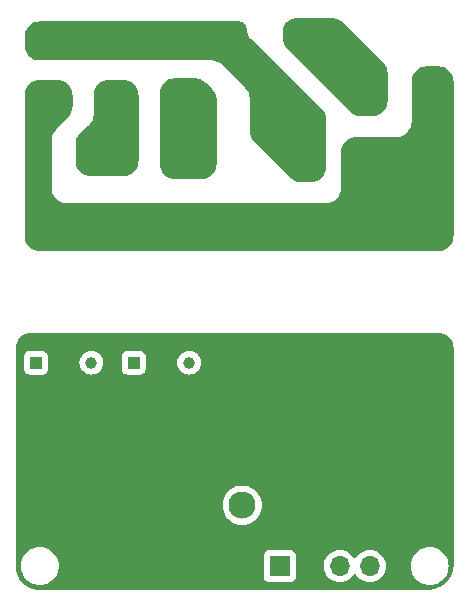
<source format=gbr>
%TF.GenerationSoftware,KiCad,Pcbnew,(5.99.0-10447-gf083f043cb)*%
%TF.CreationDate,2021-07-11T09:51:56-05:00*%
%TF.ProjectId,reptile-monitor-power,72657074-696c-4652-9d6d-6f6e69746f72,rev?*%
%TF.SameCoordinates,Original*%
%TF.FileFunction,Copper,L2,Bot*%
%TF.FilePolarity,Positive*%
%FSLAX46Y46*%
G04 Gerber Fmt 4.6, Leading zero omitted, Abs format (unit mm)*
G04 Created by KiCad (PCBNEW (5.99.0-10447-gf083f043cb)) date 2021-07-11 09:51:56*
%MOMM*%
%LPD*%
G01*
G04 APERTURE LIST*
%TA.AperFunction,ComponentPad*%
%ADD10R,1.575000X1.575000*%
%TD*%
%TA.AperFunction,ComponentPad*%
%ADD11C,1.575000*%
%TD*%
%TA.AperFunction,ComponentPad*%
%ADD12R,1.000000X1.000000*%
%TD*%
%TA.AperFunction,ComponentPad*%
%ADD13C,2.167346*%
%TD*%
%TA.AperFunction,ComponentPad*%
%ADD14C,1.000000*%
%TD*%
%TA.AperFunction,ComponentPad*%
%ADD15R,1.700000X1.700000*%
%TD*%
%TA.AperFunction,ComponentPad*%
%ADD16O,1.700000X1.700000*%
%TD*%
%TA.AperFunction,ComponentPad*%
%ADD17R,2.000000X2.300000*%
%TD*%
%TA.AperFunction,ComponentPad*%
%ADD18C,2.300000*%
%TD*%
%TA.AperFunction,ComponentPad*%
%ADD19C,1.600000*%
%TD*%
%TA.AperFunction,ComponentPad*%
%ADD20C,1.875000*%
%TD*%
%TA.AperFunction,ViaPad*%
%ADD21C,0.762000*%
%TD*%
G04 APERTURE END LIST*
D10*
%TO.P,F1,1*%
%TO.N,/FUSED_AC_L*%
X162657000Y-62230000D03*
D11*
%TO.P,F1,2*%
%TO.N,LINE*%
X157577000Y-62230000D03*
%TD*%
D12*
%TO.P,K1,1,1*%
%TO.N,+5V*%
X137496982Y-84387004D03*
D13*
%TO.P,K1,2,NO*%
%TO.N,/LOAD2*%
X142196983Y-65887003D03*
%TO.P,K1,3,COM*%
%TO.N,/FUSED_AC_L*%
X142196983Y-72887004D03*
D14*
%TO.P,K1,4,4*%
%TO.N,RLY2*%
X142196983Y-84387004D03*
%TD*%
D15*
%TO.P,J4,1,Pin_1*%
%TO.N,+5V*%
X149870000Y-101600000D03*
D16*
%TO.P,J4,2,Pin_2*%
%TO.N,GND*%
X152410000Y-101600000D03*
%TO.P,J4,3,Pin_3*%
%TO.N,L2*%
X154950000Y-101600000D03*
%TO.P,J4,4,Pin_4*%
%TO.N,L1*%
X157490000Y-101600000D03*
%TD*%
D12*
%TO.P,K2,1,1*%
%TO.N,+5V*%
X129222003Y-84387009D03*
D13*
%TO.P,K2,2,NO*%
%TO.N,/LOAD1*%
X133922004Y-65887008D03*
%TO.P,K2,3,COM*%
%TO.N,/FUSED_AC_L*%
X133922004Y-72887009D03*
D14*
%TO.P,K2,4,4*%
%TO.N,RLY1*%
X133922004Y-84387009D03*
%TD*%
D17*
%TO.P,PS1,1,AC/L*%
%TO.N,/FUSED_AC_L*%
X156901995Y-67051494D03*
D18*
%TO.P,PS1,2,AC/N*%
%TO.N,NEUT*%
X151901995Y-67051494D03*
%TO.P,PS1,3,-Vout*%
%TO.N,GND*%
X162101995Y-96451494D03*
%TO.P,PS1,4,+Vout*%
%TO.N,+5V*%
X146701995Y-96451494D03*
%TD*%
D19*
%TO.P,RV1,1*%
%TO.N,NEUT*%
X131699000Y-57404000D03*
%TO.P,RV1,2*%
%TO.N,/FUSED_AC_L*%
X130399000Y-62404000D03*
%TD*%
D20*
%TO.P,J2,1,Pin_1*%
%TO.N,NEUT*%
X145404510Y-56982995D03*
%TO.P,J2,2,Pin_2*%
%TO.N,/LOAD2*%
X142904510Y-61982995D03*
%TD*%
%TO.P,J1,1,Pin_1*%
%TO.N,LINE*%
X152893000Y-56983000D03*
%TO.P,J1,2,Pin_2*%
%TO.N,NEUT*%
X150393000Y-61983000D03*
%TD*%
%TO.P,J3,1,Pin_1*%
%TO.N,NEUT*%
X137914507Y-56982995D03*
%TO.P,J3,2,Pin_2*%
%TO.N,/LOAD1*%
X135414507Y-61982995D03*
%TD*%
D21*
%TO.N,GND*%
X137414000Y-88646000D03*
X139954000Y-92456000D03*
%TD*%
%TA.AperFunction,Conductor*%
%TO.N,NEUT*%
G36*
X146484069Y-55493060D02*
G01*
X146569510Y-55504214D01*
X146609206Y-55509396D01*
X146640733Y-55517771D01*
X146749837Y-55562547D01*
X146778153Y-55578731D01*
X146872114Y-55650021D01*
X146895327Y-55672934D01*
X146967832Y-55765950D01*
X146984387Y-55794056D01*
X147030583Y-55902569D01*
X147039367Y-55933978D01*
X147040273Y-55940275D01*
X147057335Y-56058899D01*
X147058607Y-56075193D01*
X147059173Y-56118610D01*
X147059513Y-56121665D01*
X147059513Y-56121668D01*
X147077116Y-56279920D01*
X147086573Y-56364942D01*
X147161296Y-56601261D01*
X147164264Y-56606671D01*
X147249605Y-56762251D01*
X147280496Y-56818567D01*
X147439632Y-57008583D01*
X150642073Y-60150600D01*
X150813633Y-60318923D01*
X152517926Y-61991059D01*
X153411963Y-62868227D01*
X153420446Y-62877421D01*
X153569854Y-63056412D01*
X153583883Y-63077088D01*
X153692013Y-63276520D01*
X153701689Y-63299570D01*
X153768315Y-63516416D01*
X153773250Y-63540922D01*
X153796378Y-63772910D01*
X153797000Y-63785410D01*
X153797000Y-67805493D01*
X153796521Y-67816474D01*
X153778667Y-68020552D01*
X153774853Y-68042182D01*
X153723263Y-68234718D01*
X153715751Y-68255357D01*
X153631508Y-68436015D01*
X153620532Y-68455026D01*
X153521478Y-68596489D01*
X153506196Y-68618314D01*
X153492078Y-68635138D01*
X153351138Y-68776078D01*
X153334314Y-68790196D01*
X153171026Y-68904532D01*
X153152015Y-68915508D01*
X153016471Y-68978714D01*
X152971357Y-68999751D01*
X152950717Y-69007263D01*
X152758178Y-69058854D01*
X152736555Y-69062666D01*
X152580516Y-69076318D01*
X152532474Y-69080521D01*
X152521493Y-69081000D01*
X151661553Y-69081000D01*
X151649217Y-69080395D01*
X151420222Y-69057867D01*
X151396024Y-69053059D01*
X151181762Y-68988144D01*
X151158970Y-68978717D01*
X150961444Y-68873283D01*
X150940938Y-68859602D01*
X150762940Y-68713761D01*
X150753792Y-68705483D01*
X147697191Y-65654499D01*
X147688869Y-65645334D01*
X147542409Y-65467164D01*
X147528656Y-65446612D01*
X147422759Y-65248763D01*
X147413287Y-65225926D01*
X147348071Y-65011203D01*
X147343241Y-64986951D01*
X147320608Y-64757431D01*
X147320000Y-64745066D01*
X147320000Y-61988009D01*
X147296099Y-61742778D01*
X147225294Y-61506778D01*
X147222438Y-61501369D01*
X147222436Y-61501364D01*
X147113112Y-61294308D01*
X147110252Y-61288891D01*
X147106402Y-61284131D01*
X147106400Y-61284128D01*
X147048963Y-61213117D01*
X146955301Y-61097319D01*
X145069230Y-59180309D01*
X145069227Y-59180306D01*
X144875932Y-59019358D01*
X144654705Y-58899659D01*
X144414226Y-58825909D01*
X144318379Y-58816370D01*
X144167029Y-58801308D01*
X144167019Y-58801307D01*
X144163929Y-58801000D01*
X129539738Y-58801000D01*
X129528788Y-58800523D01*
X129325303Y-58782772D01*
X129303734Y-58778980D01*
X129234700Y-58760539D01*
X129111710Y-58727683D01*
X129091133Y-58720218D01*
X128910885Y-58636443D01*
X128891906Y-58625524D01*
X128728884Y-58511802D01*
X128712096Y-58497773D01*
X128571224Y-58357537D01*
X128557111Y-58340804D01*
X128442658Y-58178308D01*
X128431651Y-58159376D01*
X128347063Y-57979517D01*
X128339500Y-57958963D01*
X128287333Y-57767172D01*
X128283444Y-57745621D01*
X128264771Y-57542227D01*
X128264244Y-57531279D01*
X128260808Y-56773266D01*
X128261241Y-56762251D01*
X128262217Y-56750517D01*
X128278270Y-56557524D01*
X128282006Y-56535821D01*
X128333017Y-56342529D01*
X128340476Y-56321808D01*
X128424367Y-56140357D01*
X128435316Y-56121259D01*
X128549528Y-55957182D01*
X128563633Y-55940285D01*
X128704673Y-55798604D01*
X128721514Y-55784415D01*
X128885063Y-55669466D01*
X128904123Y-55658423D01*
X129085189Y-55573714D01*
X129105879Y-55566160D01*
X129298931Y-55514275D01*
X129320621Y-55510439D01*
X129525277Y-55492482D01*
X129536290Y-55492000D01*
X146467761Y-55492000D01*
X146484069Y-55493060D01*
G37*
%TD.AperFunction*%
%TD*%
%TA.AperFunction,Conductor*%
%TO.N,LINE*%
G36*
X154420112Y-55245607D02*
G01*
X154649361Y-55268186D01*
X154673582Y-55273003D01*
X154888088Y-55338072D01*
X154910901Y-55347523D01*
X155108584Y-55453187D01*
X155129111Y-55466903D01*
X155307200Y-55613056D01*
X155316351Y-55621351D01*
X158627649Y-58932649D01*
X158635944Y-58941800D01*
X158782097Y-59119889D01*
X158795815Y-59140419D01*
X158901476Y-59338096D01*
X158910929Y-59360916D01*
X158975996Y-59575415D01*
X158980814Y-59599641D01*
X159003393Y-59828888D01*
X159004000Y-59841238D01*
X159004000Y-62224493D01*
X159003521Y-62235474D01*
X158985667Y-62439552D01*
X158981853Y-62461182D01*
X158930263Y-62653718D01*
X158922751Y-62674357D01*
X158838508Y-62855015D01*
X158827532Y-62874026D01*
X158728478Y-63015489D01*
X158713196Y-63037314D01*
X158699078Y-63054138D01*
X158558138Y-63195078D01*
X158541314Y-63209196D01*
X158378026Y-63323532D01*
X158359015Y-63334508D01*
X158223981Y-63397476D01*
X158178357Y-63418751D01*
X158157717Y-63426263D01*
X157965178Y-63477854D01*
X157943555Y-63481666D01*
X157787516Y-63495318D01*
X157739474Y-63499521D01*
X157728493Y-63500000D01*
X156742238Y-63500000D01*
X156729888Y-63499393D01*
X156500639Y-63476814D01*
X156476418Y-63471997D01*
X156261912Y-63406928D01*
X156239099Y-63397477D01*
X156041416Y-63291813D01*
X156020889Y-63278097D01*
X155842800Y-63131944D01*
X155833649Y-63123649D01*
X150490351Y-57780351D01*
X150482056Y-57771200D01*
X150335903Y-57593111D01*
X150322185Y-57572581D01*
X150216524Y-57374904D01*
X150207071Y-57352084D01*
X150142004Y-57137585D01*
X150137186Y-57113359D01*
X150114607Y-56884112D01*
X150114000Y-56871762D01*
X150114000Y-56330687D01*
X150114607Y-56318337D01*
X150133526Y-56126250D01*
X150138343Y-56102029D01*
X150192572Y-55923260D01*
X150202021Y-55900450D01*
X150290078Y-55735708D01*
X150303801Y-55715171D01*
X150422306Y-55570772D01*
X150439772Y-55553306D01*
X150584171Y-55434801D01*
X150604708Y-55421078D01*
X150753264Y-55341673D01*
X150769452Y-55333020D01*
X150792260Y-55323572D01*
X150971029Y-55269343D01*
X150995250Y-55264526D01*
X151187337Y-55245607D01*
X151199687Y-55245000D01*
X154407762Y-55245000D01*
X154420112Y-55245607D01*
G37*
%TD.AperFunction*%
%TD*%
%TA.AperFunction,Conductor*%
%TO.N,/FUSED_AC_L*%
G36*
X163312474Y-59302479D02*
G01*
X163360516Y-59306682D01*
X163516555Y-59320334D01*
X163538178Y-59324146D01*
X163688625Y-59364458D01*
X163730718Y-59375737D01*
X163751358Y-59383249D01*
X163932015Y-59467492D01*
X163951026Y-59478468D01*
X164092489Y-59577522D01*
X164114314Y-59592804D01*
X164131138Y-59606922D01*
X164272078Y-59747862D01*
X164286196Y-59764686D01*
X164400532Y-59927974D01*
X164411508Y-59946985D01*
X164485102Y-60104807D01*
X164495751Y-60127643D01*
X164503263Y-60148282D01*
X164554853Y-60340818D01*
X164558667Y-60362448D01*
X164576521Y-60566526D01*
X164577000Y-60577507D01*
X164577000Y-73647493D01*
X164576521Y-73658474D01*
X164558667Y-73862552D01*
X164554853Y-73884182D01*
X164503263Y-74076718D01*
X164495751Y-74097357D01*
X164411508Y-74278015D01*
X164400532Y-74297026D01*
X164301478Y-74438489D01*
X164286196Y-74460314D01*
X164272078Y-74477138D01*
X164131138Y-74618078D01*
X164114314Y-74632196D01*
X163951026Y-74746532D01*
X163932015Y-74757508D01*
X163774193Y-74831102D01*
X163751357Y-74841751D01*
X163730717Y-74849263D01*
X163538178Y-74900854D01*
X163516555Y-74904666D01*
X163360516Y-74918318D01*
X163312474Y-74922521D01*
X163301493Y-74923000D01*
X129530507Y-74923000D01*
X129519526Y-74922521D01*
X129471484Y-74918318D01*
X129315445Y-74904666D01*
X129293822Y-74900854D01*
X129101283Y-74849263D01*
X129080643Y-74841751D01*
X129057807Y-74831102D01*
X128899985Y-74757508D01*
X128880974Y-74746532D01*
X128717686Y-74632196D01*
X128700862Y-74618078D01*
X128559922Y-74477138D01*
X128545804Y-74460314D01*
X128530522Y-74438489D01*
X128431468Y-74297026D01*
X128420492Y-74278015D01*
X128336249Y-74097357D01*
X128328737Y-74076718D01*
X128277147Y-73884182D01*
X128273333Y-73862552D01*
X128255479Y-73658474D01*
X128255000Y-73647493D01*
X128255000Y-61720507D01*
X128255479Y-61709526D01*
X128273333Y-61505448D01*
X128277147Y-61483818D01*
X128328737Y-61291282D01*
X128336249Y-61270643D01*
X128346898Y-61247807D01*
X128420492Y-61089985D01*
X128431468Y-61070974D01*
X128545804Y-60907686D01*
X128559922Y-60890862D01*
X128700862Y-60749922D01*
X128717686Y-60735804D01*
X128739511Y-60720522D01*
X128880974Y-60621468D01*
X128899985Y-60610492D01*
X129080642Y-60526249D01*
X129101282Y-60518737D01*
X129143375Y-60507458D01*
X129293822Y-60467146D01*
X129315445Y-60463334D01*
X129471484Y-60449682D01*
X129519526Y-60445479D01*
X129530507Y-60445000D01*
X131043493Y-60445000D01*
X131054474Y-60445479D01*
X131102516Y-60449682D01*
X131258555Y-60463334D01*
X131280178Y-60467146D01*
X131430625Y-60507458D01*
X131472718Y-60518737D01*
X131493358Y-60526249D01*
X131674015Y-60610492D01*
X131693026Y-60621468D01*
X131834489Y-60720522D01*
X131856314Y-60735804D01*
X131873138Y-60749922D01*
X132014078Y-60890862D01*
X132028196Y-60907686D01*
X132142532Y-61070974D01*
X132153508Y-61089985D01*
X132227102Y-61247807D01*
X132237751Y-61270643D01*
X132245263Y-61291282D01*
X132296853Y-61483818D01*
X132300667Y-61505448D01*
X132318521Y-61709526D01*
X132319000Y-61720507D01*
X132319000Y-62706762D01*
X132318393Y-62719112D01*
X132295814Y-62948359D01*
X132290996Y-62972585D01*
X132225929Y-63187084D01*
X132216476Y-63209904D01*
X132110815Y-63407581D01*
X132097097Y-63428111D01*
X131950944Y-63606200D01*
X131942649Y-63615351D01*
X130912974Y-64645026D01*
X130755034Y-64837477D01*
X130637673Y-65057043D01*
X130635877Y-65062963D01*
X130635876Y-65062966D01*
X130570952Y-65276995D01*
X130565403Y-65295287D01*
X130564796Y-65301450D01*
X130550905Y-65442490D01*
X130541000Y-65543051D01*
X130541000Y-69589362D01*
X130541238Y-69592078D01*
X130541238Y-69592088D01*
X130541789Y-69598385D01*
X130560287Y-69809856D01*
X130617563Y-70023652D01*
X130711087Y-70224258D01*
X130838020Y-70405579D01*
X130994505Y-70562109D01*
X131175791Y-70689094D01*
X131180773Y-70691418D01*
X131180774Y-70691419D01*
X131371392Y-70780354D01*
X131371397Y-70780356D01*
X131376370Y-70782676D01*
X131590150Y-70840012D01*
X131595623Y-70840492D01*
X131595627Y-70840493D01*
X131807901Y-70859122D01*
X131807906Y-70859122D01*
X131810638Y-70859362D01*
X131813385Y-70859363D01*
X131813390Y-70859363D01*
X142752710Y-70862485D01*
X153796638Y-70865637D01*
X154017216Y-70846399D01*
X154022532Y-70844976D01*
X154225782Y-70790567D01*
X154225783Y-70790567D01*
X154231101Y-70789143D01*
X154431791Y-70695611D01*
X154613186Y-70568643D01*
X154769773Y-70412101D01*
X154822802Y-70336386D01*
X154893634Y-70235252D01*
X154893637Y-70235246D01*
X154896792Y-70230742D01*
X154990382Y-70030079D01*
X155047699Y-69816210D01*
X155067000Y-69595637D01*
X155067000Y-66552002D01*
X155067479Y-66541029D01*
X155085305Y-66337114D01*
X155089113Y-66315499D01*
X155140630Y-66123088D01*
X155148127Y-66102474D01*
X155232249Y-65921918D01*
X155243214Y-65902911D01*
X155357381Y-65739705D01*
X155371479Y-65722885D01*
X155512240Y-65581958D01*
X155529041Y-65567842D01*
X155692122Y-65453477D01*
X155711118Y-65442490D01*
X155726511Y-65435296D01*
X155891568Y-65358158D01*
X155912172Y-65350637D01*
X156008352Y-65324764D01*
X156104526Y-65298894D01*
X156126135Y-65295061D01*
X156330027Y-65276995D01*
X156341000Y-65276503D01*
X158569731Y-65273882D01*
X159752493Y-65272491D01*
X159887090Y-65260565D01*
X159967368Y-65253452D01*
X159967370Y-65253452D01*
X159972840Y-65252967D01*
X159978139Y-65251541D01*
X159978142Y-65251541D01*
X160181145Y-65196933D01*
X160181146Y-65196933D01*
X160186457Y-65195504D01*
X160386862Y-65101846D01*
X160450750Y-65057043D01*
X160563475Y-64977992D01*
X160563479Y-64977989D01*
X160567976Y-64974835D01*
X160724303Y-64818324D01*
X160727451Y-64813824D01*
X160727455Y-64813819D01*
X160847071Y-64642822D01*
X160851101Y-64637061D01*
X160944523Y-64436546D01*
X161001735Y-64222862D01*
X161021000Y-64002492D01*
X161021000Y-60577507D01*
X161021479Y-60566526D01*
X161039333Y-60362448D01*
X161043147Y-60340818D01*
X161094737Y-60148282D01*
X161102249Y-60127643D01*
X161112898Y-60104807D01*
X161186492Y-59946985D01*
X161197468Y-59927974D01*
X161311804Y-59764686D01*
X161325922Y-59747862D01*
X161466862Y-59606922D01*
X161483686Y-59592804D01*
X161505511Y-59577522D01*
X161646974Y-59478468D01*
X161665985Y-59467492D01*
X161846642Y-59383249D01*
X161867282Y-59375737D01*
X161909375Y-59364458D01*
X162059822Y-59324146D01*
X162081445Y-59320334D01*
X162237484Y-59306682D01*
X162285526Y-59302479D01*
X162296507Y-59302000D01*
X163301493Y-59302000D01*
X163312474Y-59302479D01*
G37*
%TD.AperFunction*%
%TD*%
%TA.AperFunction,Conductor*%
%TO.N,/LOAD1*%
G36*
X136642474Y-60445479D02*
G01*
X136690516Y-60449682D01*
X136846555Y-60463334D01*
X136868178Y-60467146D01*
X137018625Y-60507458D01*
X137060718Y-60518737D01*
X137081358Y-60526249D01*
X137262015Y-60610492D01*
X137281026Y-60621468D01*
X137422489Y-60720522D01*
X137444314Y-60735804D01*
X137461138Y-60749922D01*
X137602078Y-60890862D01*
X137616196Y-60907686D01*
X137730532Y-61070974D01*
X137741508Y-61089985D01*
X137815102Y-61247807D01*
X137825751Y-61270643D01*
X137833263Y-61291282D01*
X137884853Y-61483818D01*
X137888667Y-61505448D01*
X137906521Y-61709526D01*
X137907000Y-61720507D01*
X137907000Y-67297493D01*
X137906521Y-67308474D01*
X137888667Y-67512552D01*
X137884853Y-67534182D01*
X137833263Y-67726718D01*
X137825751Y-67747357D01*
X137741508Y-67928015D01*
X137730532Y-67947026D01*
X137631478Y-68088489D01*
X137616196Y-68110314D01*
X137602078Y-68127138D01*
X137461138Y-68268078D01*
X137444314Y-68282196D01*
X137281026Y-68396532D01*
X137262015Y-68407508D01*
X137104193Y-68481102D01*
X137081357Y-68491751D01*
X137060717Y-68499263D01*
X136868178Y-68550854D01*
X136846555Y-68554666D01*
X136690516Y-68568318D01*
X136642474Y-68572521D01*
X136631493Y-68573000D01*
X133848507Y-68573000D01*
X133837526Y-68572521D01*
X133789484Y-68568318D01*
X133633445Y-68554666D01*
X133611822Y-68550854D01*
X133419283Y-68499263D01*
X133398643Y-68491751D01*
X133375807Y-68481102D01*
X133217985Y-68407508D01*
X133198974Y-68396532D01*
X133035686Y-68282196D01*
X133018862Y-68268078D01*
X132877922Y-68127138D01*
X132863804Y-68110314D01*
X132848522Y-68088489D01*
X132749468Y-67947026D01*
X132738492Y-67928015D01*
X132654249Y-67747357D01*
X132646737Y-67726718D01*
X132595147Y-67534182D01*
X132591333Y-67512552D01*
X132573479Y-67308474D01*
X132573000Y-67297493D01*
X132573000Y-65871361D01*
X132573483Y-65860337D01*
X132591476Y-65655475D01*
X132595320Y-65633764D01*
X132647305Y-65440540D01*
X132654874Y-65419831D01*
X132739749Y-65238620D01*
X132750812Y-65219548D01*
X132865975Y-65055907D01*
X132880193Y-65039056D01*
X133026049Y-64894088D01*
X133034209Y-64886659D01*
X133637916Y-64383570D01*
X133640034Y-64381805D01*
X133797657Y-64225142D01*
X133925557Y-64043402D01*
X134019819Y-63842149D01*
X134077556Y-63627546D01*
X134097000Y-63406164D01*
X134097000Y-61720507D01*
X134097479Y-61709526D01*
X134115333Y-61505448D01*
X134119147Y-61483818D01*
X134170737Y-61291282D01*
X134178249Y-61270643D01*
X134188898Y-61247807D01*
X134262492Y-61089985D01*
X134273468Y-61070974D01*
X134387804Y-60907686D01*
X134401922Y-60890862D01*
X134542862Y-60749922D01*
X134559686Y-60735804D01*
X134581511Y-60720522D01*
X134722974Y-60621468D01*
X134741985Y-60610492D01*
X134922642Y-60526249D01*
X134943282Y-60518737D01*
X134985375Y-60507458D01*
X135135822Y-60467146D01*
X135157445Y-60463334D01*
X135313484Y-60449682D01*
X135361526Y-60445479D01*
X135372507Y-60445000D01*
X136631493Y-60445000D01*
X136642474Y-60445479D01*
G37*
%TD.AperFunction*%
%TD*%
%TA.AperFunction,Conductor*%
%TO.N,/LOAD2*%
G36*
X142745776Y-60318587D02*
G01*
X142971231Y-60340418D01*
X142995067Y-60345077D01*
X143136547Y-60387233D01*
X143206300Y-60408017D01*
X143228796Y-60417162D01*
X143424030Y-60519461D01*
X143444343Y-60532745D01*
X143621111Y-60674440D01*
X143630192Y-60682468D01*
X144103669Y-61143643D01*
X144137619Y-61176711D01*
X144146176Y-61185921D01*
X144296831Y-61365242D01*
X144310989Y-61385984D01*
X144420064Y-61586074D01*
X144429826Y-61609211D01*
X144497051Y-61826947D01*
X144502032Y-61851561D01*
X144525373Y-62084610D01*
X144526000Y-62097167D01*
X144526000Y-67551493D01*
X144525521Y-67562474D01*
X144507667Y-67766552D01*
X144503853Y-67788182D01*
X144452263Y-67980718D01*
X144444751Y-68001357D01*
X144360508Y-68182015D01*
X144349532Y-68201026D01*
X144250478Y-68342489D01*
X144235196Y-68364314D01*
X144221078Y-68381138D01*
X144080138Y-68522078D01*
X144063314Y-68536196D01*
X143900026Y-68650532D01*
X143881015Y-68661508D01*
X143723193Y-68735102D01*
X143700357Y-68745751D01*
X143679717Y-68753263D01*
X143487178Y-68804854D01*
X143465555Y-68808666D01*
X143309516Y-68822318D01*
X143261474Y-68826521D01*
X143250493Y-68827000D01*
X140975507Y-68827000D01*
X140964526Y-68826521D01*
X140916484Y-68822318D01*
X140760445Y-68808666D01*
X140738822Y-68804854D01*
X140546283Y-68753263D01*
X140525643Y-68745751D01*
X140502807Y-68735102D01*
X140344985Y-68661508D01*
X140325974Y-68650532D01*
X140162686Y-68536196D01*
X140145862Y-68522078D01*
X140004922Y-68381138D01*
X139990804Y-68364314D01*
X139975522Y-68342489D01*
X139876468Y-68201026D01*
X139865492Y-68182015D01*
X139781249Y-68001357D01*
X139773737Y-67980718D01*
X139722147Y-67788182D01*
X139718333Y-67766552D01*
X139700479Y-67562474D01*
X139700000Y-67551493D01*
X139700000Y-61593507D01*
X139700479Y-61582526D01*
X139718333Y-61378448D01*
X139722147Y-61356818D01*
X139773737Y-61164282D01*
X139781249Y-61143643D01*
X139791898Y-61120807D01*
X139865492Y-60962985D01*
X139876468Y-60943974D01*
X139990804Y-60780686D01*
X140004922Y-60763862D01*
X140145862Y-60622922D01*
X140162686Y-60608804D01*
X140271299Y-60532752D01*
X140325974Y-60494468D01*
X140344985Y-60483492D01*
X140525642Y-60399249D01*
X140546282Y-60391737D01*
X140588375Y-60380458D01*
X140738822Y-60340146D01*
X140760445Y-60336334D01*
X140916484Y-60322682D01*
X140964526Y-60318479D01*
X140975507Y-60318000D01*
X142733632Y-60318000D01*
X142745776Y-60318587D01*
G37*
%TD.AperFunction*%
%TD*%
%TA.AperFunction,Conductor*%
%TO.N,GND*%
G36*
X163321740Y-81875479D02*
G01*
X163525781Y-81893327D01*
X163547402Y-81897139D01*
X163656884Y-81926469D01*
X163739900Y-81948708D01*
X163760535Y-81956217D01*
X163941159Y-82040424D01*
X163960177Y-82051401D01*
X164123440Y-82165690D01*
X164140264Y-82179803D01*
X164281207Y-82320702D01*
X164295322Y-82337519D01*
X164409658Y-82500741D01*
X164420642Y-82519756D01*
X164504909Y-82700362D01*
X164512424Y-82720994D01*
X164564054Y-82913477D01*
X164567873Y-82935102D01*
X164585782Y-83139115D01*
X164586265Y-83150094D01*
X164586820Y-84936025D01*
X164591920Y-101342780D01*
X164591964Y-101484170D01*
X164591901Y-101488202D01*
X164590390Y-101535859D01*
X164590024Y-101542251D01*
X164580813Y-101653625D01*
X164580216Y-101659286D01*
X164575388Y-101696892D01*
X164572715Y-101717708D01*
X164571536Y-101725131D01*
X164532602Y-101930342D01*
X164530982Y-101937673D01*
X164520855Y-101977783D01*
X164518795Y-101985024D01*
X164455660Y-102184120D01*
X164453192Y-102191163D01*
X164438352Y-102229784D01*
X164435451Y-102236707D01*
X164349002Y-102426878D01*
X164345681Y-102433640D01*
X164326389Y-102470119D01*
X164322671Y-102476667D01*
X164214153Y-102655170D01*
X164210049Y-102661488D01*
X164186520Y-102695439D01*
X164182051Y-102701492D01*
X164058702Y-102858533D01*
X164053025Y-102865760D01*
X164048201Y-102871537D01*
X164035613Y-102885728D01*
X164020786Y-102902443D01*
X164015622Y-102907925D01*
X163867925Y-103055622D01*
X163862443Y-103060786D01*
X163831543Y-103088196D01*
X163825769Y-103093017D01*
X163772918Y-103134530D01*
X163661487Y-103222055D01*
X163655429Y-103226527D01*
X163621499Y-103250042D01*
X163615187Y-103254143D01*
X163465300Y-103345266D01*
X163436674Y-103362669D01*
X163430123Y-103366388D01*
X163393642Y-103385680D01*
X163386882Y-103389001D01*
X163196728Y-103475442D01*
X163189780Y-103478353D01*
X163151173Y-103493188D01*
X163144064Y-103495678D01*
X162945010Y-103558799D01*
X162937765Y-103560860D01*
X162897686Y-103570978D01*
X162890332Y-103572603D01*
X162813027Y-103587270D01*
X162685123Y-103611537D01*
X162677722Y-103612713D01*
X162631554Y-103618641D01*
X162619298Y-103620215D01*
X162613637Y-103620812D01*
X162586532Y-103623054D01*
X162501679Y-103630072D01*
X162495372Y-103630433D01*
X162450429Y-103631869D01*
X162448317Y-103631936D01*
X162444297Y-103632000D01*
X129621549Y-103632000D01*
X129600774Y-103630275D01*
X129583935Y-103627460D01*
X129579066Y-103627405D01*
X129579061Y-103627405D01*
X129515446Y-103626693D01*
X129453229Y-103625995D01*
X129447395Y-103625795D01*
X129400019Y-103623054D01*
X129392458Y-103622386D01*
X129216504Y-103601454D01*
X129196401Y-103599062D01*
X129188845Y-103597929D01*
X129157138Y-103592190D01*
X129149667Y-103590603D01*
X128957914Y-103543742D01*
X128950551Y-103541704D01*
X128919772Y-103532172D01*
X128912548Y-103529692D01*
X128727876Y-103459979D01*
X128720815Y-103457067D01*
X128691404Y-103443877D01*
X128684532Y-103440541D01*
X128586067Y-103389001D01*
X128509647Y-103349000D01*
X128503011Y-103345266D01*
X128491204Y-103338143D01*
X128475405Y-103328610D01*
X128468990Y-103324469D01*
X128306458Y-103212440D01*
X128300303Y-103207916D01*
X128274936Y-103188060D01*
X128269066Y-103183172D01*
X128121260Y-103052285D01*
X128115698Y-103047049D01*
X128092943Y-103024294D01*
X128087707Y-103018732D01*
X127956822Y-102870928D01*
X127951941Y-102865066D01*
X127935844Y-102844500D01*
X127932074Y-102839684D01*
X127927557Y-102833538D01*
X127899045Y-102792172D01*
X127815521Y-102670996D01*
X127811378Y-102664577D01*
X127794755Y-102637024D01*
X127791009Y-102630368D01*
X127762477Y-102575860D01*
X127699429Y-102455409D01*
X127696103Y-102448557D01*
X127694734Y-102445503D01*
X127682941Y-102419207D01*
X127680030Y-102412149D01*
X127638173Y-102301271D01*
X127610301Y-102227436D01*
X127607827Y-102220229D01*
X127598291Y-102189435D01*
X127596254Y-102182074D01*
X127549393Y-101990318D01*
X127547805Y-101982845D01*
X127542072Y-101951166D01*
X127540940Y-101943614D01*
X127529502Y-101847473D01*
X127517613Y-101747544D01*
X127516945Y-101739976D01*
X127514204Y-101692605D01*
X127514003Y-101686757D01*
X127513696Y-101659286D01*
X127513032Y-101600000D01*
X127926500Y-101600000D01*
X127946365Y-101852407D01*
X127947519Y-101857214D01*
X127947520Y-101857220D01*
X127970075Y-101951166D01*
X128005470Y-102098599D01*
X128007363Y-102103170D01*
X128007364Y-102103172D01*
X128089420Y-102301271D01*
X128102361Y-102332514D01*
X128234651Y-102548392D01*
X128237862Y-102552152D01*
X128237866Y-102552157D01*
X128339365Y-102670996D01*
X128399083Y-102740917D01*
X128402845Y-102744130D01*
X128587843Y-102902134D01*
X128587848Y-102902138D01*
X128591608Y-102905349D01*
X128807486Y-103037639D01*
X128812056Y-103039532D01*
X128812060Y-103039534D01*
X128941199Y-103093025D01*
X129041401Y-103134530D01*
X129120251Y-103153460D01*
X129282780Y-103192480D01*
X129282786Y-103192481D01*
X129287593Y-103193635D01*
X129540000Y-103213500D01*
X129792407Y-103193635D01*
X129797214Y-103192481D01*
X129797220Y-103192480D01*
X129959749Y-103153460D01*
X130038599Y-103134530D01*
X130138801Y-103093025D01*
X130267940Y-103039534D01*
X130267944Y-103039532D01*
X130272514Y-103037639D01*
X130488392Y-102905349D01*
X130492152Y-102902138D01*
X130492157Y-102902134D01*
X130677155Y-102744130D01*
X130680917Y-102740917D01*
X130740635Y-102670996D01*
X130842134Y-102552157D01*
X130842138Y-102552152D01*
X130845349Y-102548392D01*
X130977639Y-102332514D01*
X130990581Y-102301271D01*
X131072636Y-102103172D01*
X131072637Y-102103170D01*
X131074530Y-102098599D01*
X131109925Y-101951166D01*
X131132480Y-101857220D01*
X131132481Y-101857214D01*
X131133635Y-101852407D01*
X131153500Y-101600000D01*
X131133635Y-101347593D01*
X131074530Y-101101401D01*
X131013659Y-100954445D01*
X130979534Y-100872060D01*
X130979532Y-100872056D01*
X130977639Y-100867486D01*
X130905644Y-100750000D01*
X148506500Y-100750000D01*
X148506500Y-102450000D01*
X148511727Y-102523079D01*
X148519160Y-102548392D01*
X148549413Y-102651425D01*
X148552904Y-102663316D01*
X148557775Y-102670895D01*
X148627051Y-102778691D01*
X148627053Y-102778694D01*
X148631923Y-102786271D01*
X148638733Y-102792172D01*
X148735569Y-102876082D01*
X148735572Y-102876084D01*
X148742381Y-102881984D01*
X148750579Y-102885728D01*
X148862998Y-102937068D01*
X148875330Y-102942700D01*
X148884245Y-102943982D01*
X148884246Y-102943982D01*
X149015552Y-102962861D01*
X149015559Y-102962862D01*
X149020000Y-102963500D01*
X150720000Y-102963500D01*
X150793079Y-102958273D01*
X150891164Y-102929473D01*
X150924670Y-102919635D01*
X150924672Y-102919634D01*
X150933316Y-102917096D01*
X150999721Y-102874420D01*
X151048691Y-102842949D01*
X151048694Y-102842947D01*
X151056271Y-102838077D01*
X151081086Y-102809439D01*
X151146082Y-102734431D01*
X151146084Y-102734428D01*
X151151984Y-102727619D01*
X151177889Y-102670895D01*
X151208958Y-102602864D01*
X151208958Y-102602863D01*
X151212700Y-102594670D01*
X151213982Y-102585754D01*
X151232861Y-102454448D01*
X151232862Y-102454441D01*
X151233500Y-102450000D01*
X151233500Y-101702233D01*
X153590338Y-101702233D01*
X153627002Y-101929861D01*
X153701494Y-102148056D01*
X153704044Y-102152743D01*
X153704045Y-102152745D01*
X153744695Y-102227457D01*
X153811685Y-102350580D01*
X153954424Y-102531644D01*
X153958389Y-102535220D01*
X154121659Y-102682489D01*
X154121665Y-102682494D01*
X154125629Y-102686069D01*
X154320406Y-102809439D01*
X154533184Y-102898228D01*
X154538387Y-102899425D01*
X154538392Y-102899426D01*
X154752678Y-102948701D01*
X154752683Y-102948702D01*
X154757881Y-102949897D01*
X154763209Y-102950200D01*
X154763212Y-102950200D01*
X154913877Y-102958755D01*
X154988071Y-102962968D01*
X154993378Y-102962368D01*
X154993380Y-102962368D01*
X155167354Y-102942700D01*
X155217173Y-102937068D01*
X155222288Y-102935587D01*
X155222292Y-102935586D01*
X155326707Y-102905349D01*
X155438635Y-102872937D01*
X155646125Y-102772409D01*
X155650463Y-102769309D01*
X155650468Y-102769306D01*
X155829370Y-102641459D01*
X155833711Y-102638357D01*
X155954669Y-102516340D01*
X155992277Y-102478403D01*
X155992278Y-102478402D01*
X155996030Y-102474617D01*
X155999090Y-102470255D01*
X155999095Y-102470249D01*
X156117634Y-102301271D01*
X156173130Y-102256990D01*
X156243755Y-102249743D01*
X156307088Y-102281829D01*
X156331461Y-102313410D01*
X156351685Y-102350580D01*
X156494424Y-102531644D01*
X156498389Y-102535220D01*
X156661659Y-102682489D01*
X156661665Y-102682494D01*
X156665629Y-102686069D01*
X156860406Y-102809439D01*
X157073184Y-102898228D01*
X157078387Y-102899425D01*
X157078392Y-102899426D01*
X157292678Y-102948701D01*
X157292683Y-102948702D01*
X157297881Y-102949897D01*
X157303209Y-102950200D01*
X157303212Y-102950200D01*
X157453877Y-102958755D01*
X157528071Y-102962968D01*
X157533378Y-102962368D01*
X157533380Y-102962368D01*
X157707354Y-102942700D01*
X157757173Y-102937068D01*
X157762288Y-102935587D01*
X157762292Y-102935586D01*
X157866707Y-102905349D01*
X157978635Y-102872937D01*
X158186125Y-102772409D01*
X158190463Y-102769309D01*
X158190468Y-102769306D01*
X158369370Y-102641459D01*
X158373711Y-102638357D01*
X158494669Y-102516340D01*
X158532277Y-102478403D01*
X158532278Y-102478402D01*
X158536030Y-102474617D01*
X158626330Y-102345895D01*
X158665375Y-102290236D01*
X158665376Y-102290234D01*
X158668439Y-102285868D01*
X158767153Y-102077508D01*
X158829349Y-101855494D01*
X158853249Y-101626176D01*
X158853500Y-101600000D01*
X160942004Y-101600000D01*
X160961869Y-101852407D01*
X160963023Y-101857214D01*
X160963024Y-101857220D01*
X160985579Y-101951166D01*
X161020974Y-102098599D01*
X161022867Y-102103170D01*
X161022868Y-102103172D01*
X161104924Y-102301271D01*
X161117865Y-102332514D01*
X161250155Y-102548392D01*
X161253366Y-102552152D01*
X161253370Y-102552157D01*
X161354869Y-102670996D01*
X161414587Y-102740917D01*
X161418349Y-102744130D01*
X161603347Y-102902134D01*
X161603352Y-102902138D01*
X161607112Y-102905349D01*
X161822990Y-103037639D01*
X161827560Y-103039532D01*
X161827564Y-103039534D01*
X161956703Y-103093025D01*
X162056905Y-103134530D01*
X162135755Y-103153460D01*
X162298284Y-103192480D01*
X162298290Y-103192481D01*
X162303097Y-103193635D01*
X162555504Y-103213500D01*
X162807911Y-103193635D01*
X162812718Y-103192481D01*
X162812724Y-103192480D01*
X162975253Y-103153460D01*
X163054103Y-103134530D01*
X163154305Y-103093025D01*
X163283444Y-103039534D01*
X163283448Y-103039532D01*
X163288018Y-103037639D01*
X163503896Y-102905349D01*
X163507656Y-102902138D01*
X163507661Y-102902134D01*
X163692659Y-102744130D01*
X163696421Y-102740917D01*
X163756139Y-102670996D01*
X163857638Y-102552157D01*
X163857642Y-102552152D01*
X163860853Y-102548392D01*
X163993143Y-102332514D01*
X164006085Y-102301271D01*
X164088140Y-102103172D01*
X164088141Y-102103170D01*
X164090034Y-102098599D01*
X164125429Y-101951166D01*
X164147984Y-101857220D01*
X164147985Y-101857214D01*
X164149139Y-101852407D01*
X164169004Y-101600000D01*
X164149139Y-101347593D01*
X164090034Y-101101401D01*
X164029163Y-100954445D01*
X163995038Y-100872060D01*
X163995036Y-100872056D01*
X163993143Y-100867486D01*
X163860853Y-100651608D01*
X163857642Y-100647848D01*
X163857638Y-100647843D01*
X163699634Y-100462845D01*
X163696421Y-100459083D01*
X163636409Y-100407828D01*
X163507661Y-100297866D01*
X163507656Y-100297862D01*
X163503896Y-100294651D01*
X163288018Y-100162361D01*
X163283448Y-100160468D01*
X163283444Y-100160466D01*
X163058676Y-100067364D01*
X163058674Y-100067363D01*
X163054103Y-100065470D01*
X162969398Y-100045134D01*
X162812724Y-100007520D01*
X162812718Y-100007519D01*
X162807911Y-100006365D01*
X162555504Y-99986500D01*
X162303097Y-100006365D01*
X162298290Y-100007519D01*
X162298284Y-100007520D01*
X162141610Y-100045134D01*
X162056905Y-100065470D01*
X162052334Y-100067363D01*
X162052332Y-100067364D01*
X161827564Y-100160466D01*
X161827560Y-100160468D01*
X161822990Y-100162361D01*
X161607112Y-100294651D01*
X161603352Y-100297862D01*
X161603347Y-100297866D01*
X161474599Y-100407828D01*
X161414587Y-100459083D01*
X161411374Y-100462845D01*
X161253370Y-100647843D01*
X161253366Y-100647848D01*
X161250155Y-100651608D01*
X161117865Y-100867486D01*
X161115972Y-100872056D01*
X161115970Y-100872060D01*
X161081845Y-100954445D01*
X161020974Y-101101401D01*
X160961869Y-101347593D01*
X160942004Y-101600000D01*
X158853500Y-101600000D01*
X158848600Y-101542251D01*
X158834458Y-101375576D01*
X158834457Y-101375572D01*
X158834007Y-101370265D01*
X158828123Y-101347593D01*
X158777426Y-101152269D01*
X158776084Y-101147098D01*
X158724731Y-101033098D01*
X158683578Y-100941743D01*
X158683577Y-100941741D01*
X158681388Y-100936882D01*
X158552627Y-100745626D01*
X158393482Y-100578799D01*
X158208504Y-100441171D01*
X158203753Y-100438755D01*
X158203749Y-100438753D01*
X158007740Y-100339097D01*
X158007739Y-100339097D01*
X158002982Y-100336678D01*
X157892887Y-100302493D01*
X157787895Y-100269891D01*
X157787889Y-100269890D01*
X157782792Y-100268307D01*
X157677798Y-100254391D01*
X157559515Y-100238714D01*
X157559510Y-100238714D01*
X157554230Y-100238014D01*
X157548900Y-100238214D01*
X157548899Y-100238214D01*
X157455320Y-100241727D01*
X157323831Y-100246663D01*
X157279246Y-100256018D01*
X157103411Y-100292912D01*
X157103408Y-100292913D01*
X157098184Y-100294009D01*
X156883740Y-100378697D01*
X156686631Y-100498306D01*
X156682601Y-100501803D01*
X156572739Y-100597136D01*
X156512492Y-100649415D01*
X156509109Y-100653541D01*
X156509105Y-100653545D01*
X156484413Y-100683660D01*
X156366304Y-100827705D01*
X156363667Y-100832338D01*
X156363666Y-100832339D01*
X156330116Y-100891278D01*
X156279033Y-100940584D01*
X156209402Y-100954445D01*
X156143332Y-100928461D01*
X156116094Y-100899312D01*
X156110686Y-100891278D01*
X156017091Y-100752257D01*
X156015607Y-100750052D01*
X156015605Y-100750050D01*
X156012627Y-100745626D01*
X155853482Y-100578799D01*
X155668504Y-100441171D01*
X155663753Y-100438755D01*
X155663749Y-100438753D01*
X155467740Y-100339097D01*
X155467739Y-100339097D01*
X155462982Y-100336678D01*
X155352887Y-100302493D01*
X155247895Y-100269891D01*
X155247889Y-100269890D01*
X155242792Y-100268307D01*
X155137798Y-100254391D01*
X155019515Y-100238714D01*
X155019510Y-100238714D01*
X155014230Y-100238014D01*
X155008900Y-100238214D01*
X155008899Y-100238214D01*
X154915320Y-100241727D01*
X154783831Y-100246663D01*
X154739246Y-100256018D01*
X154563411Y-100292912D01*
X154563408Y-100292913D01*
X154558184Y-100294009D01*
X154343740Y-100378697D01*
X154146631Y-100498306D01*
X154142601Y-100501803D01*
X154032739Y-100597136D01*
X153972492Y-100649415D01*
X153969109Y-100653541D01*
X153969105Y-100653545D01*
X153944413Y-100683660D01*
X153826304Y-100827705D01*
X153823666Y-100832339D01*
X153823663Y-100832344D01*
X153790116Y-100891278D01*
X153712245Y-101028077D01*
X153633578Y-101244802D01*
X153632629Y-101250051D01*
X153632628Y-101250054D01*
X153610890Y-101370265D01*
X153592551Y-101471683D01*
X153592237Y-101504444D01*
X153590487Y-101686757D01*
X153590338Y-101702233D01*
X151233500Y-101702233D01*
X151233500Y-100750000D01*
X151228273Y-100676921D01*
X151204846Y-100597136D01*
X151189635Y-100545330D01*
X151189634Y-100545328D01*
X151187096Y-100536684D01*
X151139642Y-100462845D01*
X151112949Y-100421309D01*
X151112947Y-100421306D01*
X151108077Y-100413729D01*
X151065384Y-100376735D01*
X151004431Y-100323918D01*
X151004428Y-100323916D01*
X150997619Y-100318016D01*
X150915175Y-100280365D01*
X150872864Y-100261042D01*
X150872863Y-100261042D01*
X150864670Y-100257300D01*
X150855755Y-100256018D01*
X150855754Y-100256018D01*
X150724448Y-100237139D01*
X150724441Y-100237138D01*
X150720000Y-100236500D01*
X149020000Y-100236500D01*
X148946921Y-100241727D01*
X148893884Y-100257300D01*
X148815330Y-100280365D01*
X148815328Y-100280366D01*
X148806684Y-100282904D01*
X148786350Y-100295972D01*
X148691309Y-100357051D01*
X148691306Y-100357053D01*
X148683729Y-100361923D01*
X148677828Y-100368733D01*
X148593918Y-100465569D01*
X148593916Y-100465572D01*
X148588016Y-100472381D01*
X148527300Y-100605330D01*
X148526018Y-100614245D01*
X148526018Y-100614246D01*
X148507139Y-100745552D01*
X148507138Y-100745559D01*
X148506500Y-100750000D01*
X130905644Y-100750000D01*
X130845349Y-100651608D01*
X130842138Y-100647848D01*
X130842134Y-100647843D01*
X130684130Y-100462845D01*
X130680917Y-100459083D01*
X130620905Y-100407828D01*
X130492157Y-100297866D01*
X130492152Y-100297862D01*
X130488392Y-100294651D01*
X130272514Y-100162361D01*
X130267944Y-100160468D01*
X130267940Y-100160466D01*
X130043172Y-100067364D01*
X130043170Y-100067363D01*
X130038599Y-100065470D01*
X129953894Y-100045134D01*
X129797220Y-100007520D01*
X129797214Y-100007519D01*
X129792407Y-100006365D01*
X129540000Y-99986500D01*
X129287593Y-100006365D01*
X129282786Y-100007519D01*
X129282780Y-100007520D01*
X129126106Y-100045134D01*
X129041401Y-100065470D01*
X129036830Y-100067363D01*
X129036828Y-100067364D01*
X128812060Y-100160466D01*
X128812056Y-100160468D01*
X128807486Y-100162361D01*
X128591608Y-100294651D01*
X128587848Y-100297862D01*
X128587843Y-100297866D01*
X128459095Y-100407828D01*
X128399083Y-100459083D01*
X128395870Y-100462845D01*
X128237866Y-100647843D01*
X128237862Y-100647848D01*
X128234651Y-100651608D01*
X128102361Y-100867486D01*
X128100468Y-100872056D01*
X128100466Y-100872060D01*
X128066341Y-100954445D01*
X128005470Y-101101401D01*
X127946365Y-101347593D01*
X127926500Y-101600000D01*
X127513032Y-101600000D01*
X127512576Y-101559343D01*
X127509481Y-101539332D01*
X127508000Y-101520073D01*
X127508000Y-96451494D01*
X145038495Y-96451494D01*
X145058975Y-96711723D01*
X145119912Y-96965544D01*
X145219806Y-97206707D01*
X145356195Y-97429275D01*
X145525723Y-97627766D01*
X145724214Y-97797294D01*
X145946782Y-97933683D01*
X146187945Y-98033577D01*
X146192749Y-98034730D01*
X146192748Y-98034730D01*
X146436953Y-98093359D01*
X146436959Y-98093360D01*
X146441766Y-98094514D01*
X146701995Y-98114994D01*
X146962224Y-98094514D01*
X146967031Y-98093360D01*
X146967037Y-98093359D01*
X147211242Y-98034730D01*
X147211241Y-98034730D01*
X147216045Y-98033577D01*
X147457208Y-97933683D01*
X147679776Y-97797294D01*
X147878267Y-97627766D01*
X148047795Y-97429275D01*
X148184184Y-97206707D01*
X148284078Y-96965544D01*
X148345015Y-96711723D01*
X148365495Y-96451494D01*
X148345015Y-96191265D01*
X148284078Y-95937444D01*
X148184184Y-95696281D01*
X148047795Y-95473713D01*
X147878267Y-95275222D01*
X147679776Y-95105694D01*
X147457208Y-94969305D01*
X147216045Y-94869411D01*
X147171223Y-94858650D01*
X146967037Y-94809629D01*
X146967031Y-94809628D01*
X146962224Y-94808474D01*
X146701995Y-94787994D01*
X146441766Y-94808474D01*
X146436959Y-94809628D01*
X146436953Y-94809629D01*
X146232767Y-94858650D01*
X146187945Y-94869411D01*
X145946782Y-94969305D01*
X145724214Y-95105694D01*
X145525723Y-95275222D01*
X145356195Y-95473713D01*
X145219806Y-95696281D01*
X145119912Y-95937444D01*
X145058975Y-96191265D01*
X145038495Y-96451494D01*
X127508000Y-96451494D01*
X127508000Y-83887009D01*
X128208503Y-83887009D01*
X128208503Y-84887009D01*
X128213730Y-84960088D01*
X128232133Y-85022763D01*
X128252181Y-85091040D01*
X128254907Y-85100325D01*
X128270602Y-85124746D01*
X128329054Y-85215700D01*
X128329056Y-85215703D01*
X128333926Y-85223280D01*
X128340736Y-85229181D01*
X128437572Y-85313091D01*
X128437575Y-85313093D01*
X128444384Y-85318993D01*
X128452582Y-85322737D01*
X128566939Y-85374962D01*
X128577333Y-85379709D01*
X128586248Y-85380991D01*
X128586249Y-85380991D01*
X128717555Y-85399870D01*
X128717562Y-85399871D01*
X128722003Y-85400509D01*
X129722003Y-85400509D01*
X129795082Y-85395282D01*
X129873168Y-85372354D01*
X129926673Y-85356644D01*
X129926675Y-85356643D01*
X129935319Y-85354105D01*
X129989962Y-85318988D01*
X130050694Y-85279958D01*
X130050697Y-85279956D01*
X130058274Y-85275086D01*
X130064179Y-85268271D01*
X130148085Y-85171440D01*
X130148087Y-85171437D01*
X130153987Y-85164628D01*
X130189797Y-85086215D01*
X130210961Y-85039873D01*
X130210961Y-85039872D01*
X130214703Y-85031679D01*
X130229244Y-84930544D01*
X130234864Y-84891457D01*
X130234865Y-84891450D01*
X130235503Y-84887009D01*
X130235503Y-84372858D01*
X132908603Y-84372858D01*
X132925154Y-84569965D01*
X132979676Y-84760103D01*
X132982491Y-84765580D01*
X133067271Y-84930544D01*
X133070090Y-84936030D01*
X133192953Y-85091045D01*
X133197638Y-85095032D01*
X133197643Y-85095037D01*
X133338888Y-85215246D01*
X133343586Y-85219244D01*
X133348964Y-85222250D01*
X133348966Y-85222251D01*
X133452221Y-85279958D01*
X133516250Y-85315743D01*
X133704370Y-85376866D01*
X133900779Y-85400287D01*
X133906914Y-85399815D01*
X133906916Y-85399815D01*
X134091854Y-85385585D01*
X134091858Y-85385584D01*
X134097996Y-85385112D01*
X134288511Y-85331919D01*
X134465064Y-85242735D01*
X134482413Y-85229181D01*
X134616077Y-85124751D01*
X134620933Y-85120957D01*
X134632200Y-85107904D01*
X134746151Y-84975891D01*
X134746155Y-84975886D01*
X134750180Y-84971223D01*
X134847882Y-84799237D01*
X134910318Y-84611548D01*
X134935109Y-84415308D01*
X134935504Y-84387009D01*
X134916202Y-84190152D01*
X134859031Y-84000794D01*
X134798528Y-83887004D01*
X136483482Y-83887004D01*
X136483482Y-84887004D01*
X136488709Y-84960083D01*
X136493351Y-84975891D01*
X136527163Y-85091045D01*
X136529886Y-85100320D01*
X136543149Y-85120957D01*
X136604033Y-85215695D01*
X136604035Y-85215698D01*
X136608905Y-85223275D01*
X136615715Y-85229176D01*
X136712551Y-85313086D01*
X136712554Y-85313088D01*
X136719363Y-85318988D01*
X136727561Y-85322732D01*
X136841929Y-85374962D01*
X136852312Y-85379704D01*
X136861227Y-85380986D01*
X136861228Y-85380986D01*
X136992534Y-85399865D01*
X136992541Y-85399866D01*
X136996982Y-85400504D01*
X137996982Y-85400504D01*
X138070061Y-85395277D01*
X138148147Y-85372349D01*
X138201652Y-85356639D01*
X138201654Y-85356638D01*
X138210298Y-85354100D01*
X138249141Y-85329137D01*
X138325673Y-85279953D01*
X138325676Y-85279951D01*
X138333253Y-85275081D01*
X138358874Y-85245513D01*
X138423064Y-85171435D01*
X138423066Y-85171432D01*
X138428966Y-85164623D01*
X138489682Y-85031674D01*
X138497703Y-84975886D01*
X138509843Y-84891452D01*
X138509844Y-84891445D01*
X138510482Y-84887004D01*
X138510482Y-84372853D01*
X141183582Y-84372853D01*
X141200133Y-84569960D01*
X141254655Y-84760098D01*
X141271759Y-84793379D01*
X141317565Y-84882507D01*
X141345069Y-84936025D01*
X141467932Y-85091040D01*
X141472619Y-85095029D01*
X141472622Y-85095032D01*
X141562401Y-85171440D01*
X141618565Y-85219239D01*
X141623943Y-85222245D01*
X141623945Y-85222246D01*
X141727200Y-85279953D01*
X141791229Y-85315738D01*
X141979349Y-85376861D01*
X142175758Y-85400282D01*
X142181893Y-85399810D01*
X142181895Y-85399810D01*
X142366833Y-85385580D01*
X142366837Y-85385579D01*
X142372975Y-85385107D01*
X142563490Y-85331914D01*
X142740043Y-85242730D01*
X142757392Y-85229176D01*
X142891056Y-85124746D01*
X142895912Y-85120952D01*
X142921727Y-85091045D01*
X143021130Y-84975886D01*
X143021131Y-84975884D01*
X143025159Y-84971218D01*
X143122861Y-84799232D01*
X143185297Y-84611543D01*
X143210088Y-84415303D01*
X143210483Y-84387004D01*
X143191181Y-84190147D01*
X143134010Y-84000789D01*
X143041149Y-83826142D01*
X142966114Y-83734140D01*
X142920028Y-83677632D01*
X142920025Y-83677629D01*
X142916133Y-83672857D01*
X142911384Y-83668928D01*
X142768474Y-83550702D01*
X142768469Y-83550699D01*
X142763725Y-83546774D01*
X142758306Y-83543844D01*
X142758303Y-83543842D01*
X142595148Y-83455625D01*
X142595144Y-83455623D01*
X142589730Y-83452696D01*
X142583850Y-83450876D01*
X142583848Y-83450875D01*
X142534300Y-83435537D01*
X142400775Y-83394204D01*
X142394657Y-83393561D01*
X142394652Y-83393560D01*
X142210188Y-83374173D01*
X142210186Y-83374173D01*
X142204059Y-83373529D01*
X142125976Y-83380635D01*
X142013211Y-83390897D01*
X142013208Y-83390898D01*
X142007072Y-83391456D01*
X142001166Y-83393194D01*
X142001162Y-83393195D01*
X141893849Y-83424779D01*
X141817319Y-83447303D01*
X141642028Y-83538943D01*
X141637228Y-83542803D01*
X141637227Y-83542803D01*
X141627364Y-83550733D01*
X141487874Y-83662886D01*
X141483916Y-83667603D01*
X141483914Y-83667605D01*
X141475496Y-83677637D01*
X141360730Y-83814410D01*
X141357766Y-83819802D01*
X141357763Y-83819806D01*
X141318349Y-83891500D01*
X141265439Y-83987744D01*
X141263578Y-83993611D01*
X141263577Y-83993613D01*
X141207492Y-84170416D01*
X141205630Y-84176286D01*
X141183582Y-84372853D01*
X138510482Y-84372853D01*
X138510482Y-83887004D01*
X138505255Y-83813925D01*
X138464078Y-83673688D01*
X138439556Y-83635532D01*
X138389931Y-83558313D01*
X138389929Y-83558310D01*
X138385059Y-83550733D01*
X138375907Y-83542803D01*
X138281413Y-83460922D01*
X138281410Y-83460920D01*
X138274601Y-83455020D01*
X138253906Y-83445569D01*
X138149846Y-83398046D01*
X138149845Y-83398046D01*
X138141652Y-83394304D01*
X138132737Y-83393022D01*
X138132736Y-83393022D01*
X138001430Y-83374143D01*
X138001423Y-83374142D01*
X137996982Y-83373504D01*
X136996982Y-83373504D01*
X136923903Y-83378731D01*
X136870866Y-83394304D01*
X136792312Y-83417369D01*
X136792310Y-83417370D01*
X136783666Y-83419908D01*
X136776087Y-83424779D01*
X136668291Y-83494055D01*
X136668288Y-83494057D01*
X136660711Y-83498927D01*
X136654810Y-83505737D01*
X136570900Y-83602573D01*
X136570898Y-83602576D01*
X136564998Y-83609385D01*
X136561254Y-83617583D01*
X136533831Y-83677632D01*
X136504282Y-83742334D01*
X136503000Y-83751249D01*
X136503000Y-83751250D01*
X136484121Y-83882556D01*
X136484121Y-83882561D01*
X136483482Y-83887004D01*
X134798528Y-83887004D01*
X134766170Y-83826147D01*
X134691131Y-83734140D01*
X134645049Y-83677637D01*
X134645044Y-83677632D01*
X134641154Y-83672862D01*
X134636399Y-83668928D01*
X134493495Y-83550707D01*
X134493488Y-83550702D01*
X134488746Y-83546779D01*
X134483327Y-83543849D01*
X134483324Y-83543847D01*
X134320169Y-83455630D01*
X134320165Y-83455628D01*
X134314751Y-83452701D01*
X134308871Y-83450881D01*
X134308869Y-83450880D01*
X134259321Y-83435542D01*
X134125796Y-83394209D01*
X134119678Y-83393566D01*
X134119673Y-83393565D01*
X133935209Y-83374178D01*
X133935207Y-83374178D01*
X133929080Y-83373534D01*
X133851052Y-83380635D01*
X133738232Y-83390902D01*
X133738229Y-83390903D01*
X133732093Y-83391461D01*
X133726187Y-83393199D01*
X133726183Y-83393200D01*
X133618887Y-83424779D01*
X133542340Y-83447308D01*
X133367049Y-83538948D01*
X133362249Y-83542808D01*
X133362248Y-83542808D01*
X133357315Y-83546774D01*
X133212895Y-83662891D01*
X133208937Y-83667608D01*
X133208935Y-83667610D01*
X133196580Y-83682334D01*
X133085751Y-83814415D01*
X133082787Y-83819806D01*
X133082784Y-83819811D01*
X133005035Y-83961236D01*
X132990460Y-83987749D01*
X132930651Y-84176291D01*
X132908603Y-84372858D01*
X130235503Y-84372858D01*
X130235503Y-83887009D01*
X130230276Y-83813930D01*
X130189099Y-83673693D01*
X130147774Y-83609390D01*
X130114952Y-83558318D01*
X130114948Y-83558313D01*
X130110080Y-83550738D01*
X130093174Y-83536089D01*
X130006434Y-83460927D01*
X130006431Y-83460925D01*
X129999622Y-83455025D01*
X129982713Y-83447303D01*
X129874867Y-83398051D01*
X129874866Y-83398051D01*
X129866673Y-83394309D01*
X129857758Y-83393027D01*
X129857757Y-83393027D01*
X129726451Y-83374148D01*
X129726444Y-83374147D01*
X129722003Y-83373509D01*
X128722003Y-83373509D01*
X128648924Y-83378736D01*
X128595904Y-83394304D01*
X128517333Y-83417374D01*
X128517331Y-83417375D01*
X128508687Y-83419913D01*
X128501108Y-83424784D01*
X128393312Y-83494060D01*
X128393309Y-83494062D01*
X128385732Y-83498932D01*
X128379831Y-83505742D01*
X128295921Y-83602578D01*
X128295919Y-83602581D01*
X128290019Y-83609390D01*
X128286275Y-83617588D01*
X128258852Y-83677637D01*
X128229303Y-83742339D01*
X128228022Y-83751250D01*
X128228021Y-83751255D01*
X128209142Y-83882561D01*
X128209141Y-83882568D01*
X128208503Y-83887009D01*
X127508000Y-83887009D01*
X127508000Y-83150507D01*
X127508479Y-83139526D01*
X127526333Y-82935448D01*
X127530147Y-82913818D01*
X127530239Y-82913477D01*
X127581737Y-82721282D01*
X127589249Y-82700643D01*
X127599898Y-82677807D01*
X127673492Y-82519985D01*
X127684468Y-82500974D01*
X127798804Y-82337686D01*
X127812922Y-82320862D01*
X127953862Y-82179922D01*
X127970686Y-82165804D01*
X127992511Y-82150522D01*
X128133974Y-82051468D01*
X128152985Y-82040492D01*
X128333642Y-81956249D01*
X128354282Y-81948737D01*
X128396375Y-81937458D01*
X128546822Y-81897146D01*
X128568445Y-81893334D01*
X128724484Y-81879682D01*
X128772526Y-81875479D01*
X128783507Y-81875000D01*
X163310760Y-81875000D01*
X163321740Y-81875479D01*
G37*
%TD.AperFunction*%
%TD*%
M02*

</source>
